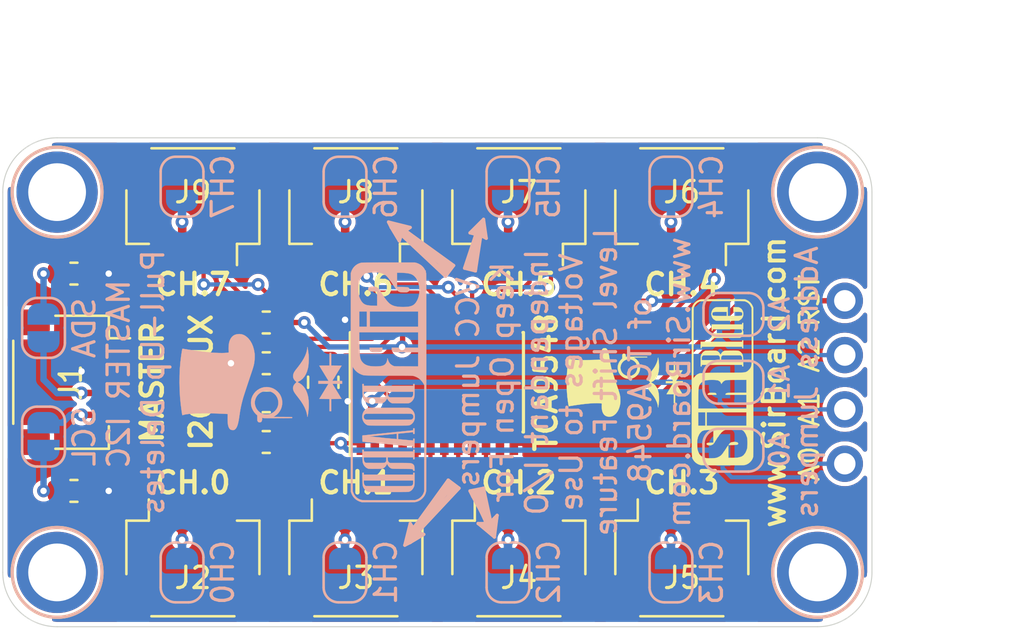
<source format=kicad_pcb>
(kicad_pcb (version 20171130) (host pcbnew "(5.1.2)-2")
  (title_block (title "TCA9548 Based 1-To-8 I2C Expander") (date 2020-02-09) (rev 2) (company www.SirBoard.com) (comment 1 SirBoard) (comment 2 SirBlue) (comment 3 TCA9548))
  (layers (0 F.Cu signal) (31 B.Cu signal) (34 B.Paste user hide) (35 F.Paste user hide) (36 B.SilkS user) (37 F.SilkS user) (38 B.Mask user hide) (39 F.Mask user hide) (44 Edge.Cuts user))
  (net 0 "")
  (net 1 GND)
  (net 2 "Net-(JP1-Pad1)")
  (net 3 SCL)
  (net 4 SDA)
  (net 5 VCC)
  (net 6 A0)
  (net 7 A1)
  (net 8 A2)
  (net 9 SCL1)
  (net 10 SDA1)
  (net 11 SCL0)
  (net 12 SDA0)
  (net 13 RST)
  (net 14 SDA2)
  (net 15 SCL2)
  (net 16 SDA3)
  (net 17 SCL3)
  (net 18 SDA4)
  (net 19 SCL4)
  (net 20 SDA5)
  (net 21 SCL5)
  (net 22 SDA6)
  (net 23 SCL6)
  (net 24 SDA7)
  (net 25 SCL7)
  (net 26 "Net-(JP2-Pad1)")
  (net 27 "Net-(CH0-Pad2)")
  (net 28 "Net-(CH1-Pad2)")
  (net 29 "Net-(CH2-Pad2)")
  (net 30 "Net-(CH3-Pad2)")
  (net 31 "Net-(CH4-Pad2)")
  (net 32 "Net-(CH5-Pad2)")
  (net 33 "Net-(CH6-Pad2)")
  (net 34 "Net-(CH7-Pad2)")
  (module logo:logo76x107 (layer B.Cu) (at 58.293 37.592 270)
    (fp_text reference G*** hide)
    (fp_text value LOGO hide)
  )
  (module logo:SirBoard112x35 (layer B.Cu) (at 64.262 37.592 270)
    (fp_text reference G*** hide)
    (fp_text value LOGO hide)
  )
  (module Jumper:SolderJumper-2_P1.3mm_Open_RoundedPad1.0x1.5mm (layer B.Cu) (at 54.61 28.448 270)
    (fp_text reference CH7 (at 0 -1.905 90) (layer B.SilkS) (effects (justify mirror)))
    (fp_text value SolderJumper_2_Open)
    (pad 2 smd custom (at 0.65 0 270) (size 1 0.5) (layers B.Cu B.Mask) (net 34 "Net-(CH7-Pad2)") (options (clearance outline) (anchor rect)) (primitives (gr_circle (center 0 -0.25) (end 0.5 -0.25) (width 0)) (gr_circle (center 0 0.25) (end 0.5 0.25) (width 0)) (gr_poly (pts (xy 0 0.75) (xy -0.5 0.75) (xy -0.5 -0.75) (xy 0 -0.75)) (width 0))))
    (pad 1 smd custom (at -0.65 0 270) (size 1 0.5) (layers B.Cu B.Mask) (net 5 VCC) (options (clearance outline) (anchor rect)) (primitives (gr_circle (center 0 -0.25) (end 0.5 -0.25) (width 0)) (gr_circle (center 0 0.25) (end 0.5 0.25) (width 0)) (gr_poly (pts (xy 0 0.75) (xy 0.5 0.75) (xy 0.5 -0.75) (xy 0 -0.75)) (width 0))))
  )
  (module Jumper:SolderJumper-2_P1.3mm_Open_RoundedPad1.0x1.5mm (layer B.Cu) (at 62.23 28.448 270)
    (fp_text reference CH6 (at 0 -1.905 90) (layer B.SilkS) (effects (justify mirror)))
    (fp_text value SolderJumper_2_Open)
    (pad 2 smd custom (at 0.65 0 270) (size 1 0.5) (layers B.Cu B.Mask) (net 33 "Net-(CH6-Pad2)") (options (clearance outline) (anchor rect)) (primitives (gr_circle (center 0 -0.25) (end 0.5 -0.25) (width 0)) (gr_circle (center 0 0.25) (end 0.5 0.25) (width 0)) (gr_poly (pts (xy 0 0.75) (xy -0.5 0.75) (xy -0.5 -0.75) (xy 0 -0.75)) (width 0))))
    (pad 1 smd custom (at -0.65 0 270) (size 1 0.5) (layers B.Cu B.Mask) (net 5 VCC) (options (clearance outline) (anchor rect)) (primitives (gr_circle (center 0 -0.25) (end 0.5 -0.25) (width 0)) (gr_circle (center 0 0.25) (end 0.5 0.25) (width 0)) (gr_poly (pts (xy 0 0.75) (xy 0.5 0.75) (xy 0.5 -0.75) (xy 0 -0.75)) (width 0))))
  )
  (module Jumper:SolderJumper-2_P1.3mm_Open_RoundedPad1.0x1.5mm (layer B.Cu) (at 69.85 28.448 270)
    (fp_text reference CH5 (at 0 -1.905 90) (layer B.SilkS) (effects (justify mirror)))
    (fp_text value SolderJumper_2_Open)
    (pad 2 smd custom (at 0.65 0 270) (size 1 0.5) (layers B.Cu B.Mask) (net 32 "Net-(CH5-Pad2)") (options (clearance outline) (anchor rect)) (primitives (gr_circle (center 0 -0.25) (end 0.5 -0.25) (width 0)) (gr_circle (center 0 0.25) (end 0.5 0.25) (width 0)) (gr_poly (pts (xy 0 0.75) (xy -0.5 0.75) (xy -0.5 -0.75) (xy 0 -0.75)) (width 0))))
    (pad 1 smd custom (at -0.65 0 270) (size 1 0.5) (layers B.Cu B.Mask) (net 5 VCC) (options (clearance outline) (anchor rect)) (primitives (gr_circle (center 0 -0.25) (end 0.5 -0.25) (width 0)) (gr_circle (center 0 0.25) (end 0.5 0.25) (width 0)) (gr_poly (pts (xy 0 0.75) (xy 0.5 0.75) (xy 0.5 -0.75) (xy 0 -0.75)) (width 0))))
  )
  (module Jumper:SolderJumper-2_P1.3mm_Open_RoundedPad1.0x1.5mm (layer B.Cu) (at 77.47 28.448 270)
    (fp_text reference CH4 (at 0 -1.905 90) (layer B.SilkS) (effects (justify mirror)))
    (fp_text value SolderJumper_2_Open)
    (pad 2 smd custom (at 0.65 0 270) (size 1 0.5) (layers B.Cu B.Mask) (net 31 "Net-(CH4-Pad2)") (options (clearance outline) (anchor rect)) (primitives (gr_circle (center 0 -0.25) (end 0.5 -0.25) (width 0)) (gr_circle (center 0 0.25) (end 0.5 0.25) (width 0)) (gr_poly (pts (xy 0 0.75) (xy -0.5 0.75) (xy -0.5 -0.75) (xy 0 -0.75)) (width 0))))
    (pad 1 smd custom (at -0.65 0 270) (size 1 0.5) (layers B.Cu B.Mask) (net 5 VCC) (options (clearance outline) (anchor rect)) (primitives (gr_circle (center 0 -0.25) (end 0.5 -0.25) (width 0)) (gr_circle (center 0 0.25) (end 0.5 0.25) (width 0)) (gr_poly (pts (xy 0 0.75) (xy 0.5 0.75) (xy 0.5 -0.75) (xy 0 -0.75)) (width 0))))
  )
  (module Jumper:SolderJumper-2_P1.3mm_Open_RoundedPad1.0x1.5mm (layer B.Cu) (at 77.47 46.482 90)
    (fp_text reference CH3 (at 0 1.905 90) (layer B.SilkS) (effects (justify mirror)))
    (fp_text value SolderJumper_2_Open)
    (pad 2 smd custom (at 0.65 0 90) (size 1 0.5) (layers B.Cu B.Mask) (net 30 "Net-(CH3-Pad2)") (options (clearance outline) (anchor rect)) (primitives (gr_circle (center 0 -0.25) (end 0.5 -0.25) (width 0)) (gr_circle (center 0 0.25) (end 0.5 0.25) (width 0)) (gr_poly (pts (xy 0 0.75) (xy -0.5 0.75) (xy -0.5 -0.75) (xy 0 -0.75)) (width 0))))
    (pad 1 smd custom (at -0.65 0 90) (size 1 0.5) (layers B.Cu B.Mask) (net 5 VCC) (options (clearance outline) (anchor rect)) (primitives (gr_circle (center 0 -0.25) (end 0.5 -0.25) (width 0)) (gr_circle (center 0 0.25) (end 0.5 0.25) (width 0)) (gr_poly (pts (xy 0 0.75) (xy 0.5 0.75) (xy 0.5 -0.75) (xy 0 -0.75)) (width 0))))
  )
  (module Jumper:SolderJumper-2_P1.3mm_Open_RoundedPad1.0x1.5mm (layer B.Cu) (at 69.85 46.482 90)
    (fp_text reference CH2 (at 0 1.905 90) (layer B.SilkS) (effects (justify mirror)))
    (fp_text value SolderJumper_2_Open)
    (pad 2 smd custom (at 0.65 0 90) (size 1 0.5) (layers B.Cu B.Mask) (net 29 "Net-(CH2-Pad2)") (options (clearance outline) (anchor rect)) (primitives (gr_circle (center 0 -0.25) (end 0.5 -0.25) (width 0)) (gr_circle (center 0 0.25) (end 0.5 0.25) (width 0)) (gr_poly (pts (xy 0 0.75) (xy -0.5 0.75) (xy -0.5 -0.75) (xy 0 -0.75)) (width 0))))
    (pad 1 smd custom (at -0.65 0 90) (size 1 0.5) (layers B.Cu B.Mask) (net 5 VCC) (options (clearance outline) (anchor rect)) (primitives (gr_circle (center 0 -0.25) (end 0.5 -0.25) (width 0)) (gr_circle (center 0 0.25) (end 0.5 0.25) (width 0)) (gr_poly (pts (xy 0 0.75) (xy 0.5 0.75) (xy 0.5 -0.75) (xy 0 -0.75)) (width 0))))
  )
  (module Jumper:SolderJumper-2_P1.3mm_Open_RoundedPad1.0x1.5mm (layer B.Cu) (at 62.23 46.482 90)
    (fp_text reference CH1 (at 0 1.905 90) (layer B.SilkS) (effects (justify mirror)))
    (fp_text value SolderJumper_2_Open)
    (pad 2 smd custom (at 0.65 0 90) (size 1 0.5) (layers B.Cu B.Mask) (net 28 "Net-(CH1-Pad2)") (options (clearance outline) (anchor rect)) (primitives (gr_circle (center 0 -0.25) (end 0.5 -0.25) (width 0)) (gr_circle (center 0 0.25) (end 0.5 0.25) (width 0)) (gr_poly (pts (xy 0 0.75) (xy -0.5 0.75) (xy -0.5 -0.75) (xy 0 -0.75)) (width 0))))
    (pad 1 smd custom (at -0.65 0 90) (size 1 0.5) (layers B.Cu B.Mask) (net 5 VCC) (options (clearance outline) (anchor rect)) (primitives (gr_circle (center 0 -0.25) (end 0.5 -0.25) (width 0)) (gr_circle (center 0 0.25) (end 0.5 0.25) (width 0)) (gr_poly (pts (xy 0 0.75) (xy 0.5 0.75) (xy 0.5 -0.75) (xy 0 -0.75)) (width 0))))
  )
  (module Jumper:SolderJumper-2_P1.3mm_Open_RoundedPad1.0x1.5mm (layer B.Cu) (at 54.61 46.482 90)
    (fp_text reference CH0 (at 0 1.905 90) (layer B.SilkS) (effects (justify mirror)))
    (fp_text value SolderJumper_2_Open)
    (pad 2 smd custom (at 0.65 0 90) (size 1 0.5) (layers B.Cu B.Mask) (net 27 "Net-(CH0-Pad2)") (options (clearance outline) (anchor rect)) (primitives (gr_circle (center 0 -0.25) (end 0.5 -0.25) (width 0)) (gr_circle (center 0 0.25) (end 0.5 0.25) (width 0)) (gr_poly (pts (xy 0 0.75) (xy -0.5 0.75) (xy -0.5 -0.75) (xy 0 -0.75)) (width 0))))
    (pad 1 smd custom (at -0.65 0 90) (size 1 0.5) (layers B.Cu B.Mask) (net 5 VCC) (options (clearance outline) (anchor rect)) (primitives (gr_circle (center 0 -0.25) (end 0.5 -0.25) (width 0)) (gr_circle (center 0 0.25) (end 0.5 0.25) (width 0)) (gr_poly (pts (xy 0 0.75) (xy 0.5 0.75) (xy 0.5 -0.75) (xy 0 -0.75)) (width 0))))
  )
  (module logo:logo54x76 (layer F.Cu) (at 75.311 37.592 90)
    (fp_text reference G*** hide)
    (fp_text value LOGO hide)
  )
  (module logo:SirBlue78x29 (layer F.Cu) (at 79.883 37.592 90)
    (fp_text reference G*** hide)
    (fp_text value LOGO hide)
  )
  (module SirBoardLibrary:SirBlue_Connector (layer F.Cu) (at 49.403 37.592 270)
    (fp_text reference J1 (at 0 0 90) (layer F.SilkS))
    (fp_text value JST_SH_1mm)
    (pad 1 smd roundrect (at -1.5 -2 270) (size 0.6 1.55) (layers F.Cu F.Paste F.Mask) (net 1 GND))
    (pad 2 smd roundrect (at -0.5 -2 270) (size 0.6 1.55) (layers F.Cu F.Paste F.Mask) (net 5 VCC))
    (pad 3 smd roundrect (at 0.5 -2 270) (size 0.6 1.55) (layers F.Cu F.Paste F.Mask) (net 4 SDA))
    (pad 4 smd roundrect (at 1.5 -2 270) (size 0.6 1.55) (layers F.Cu F.Paste F.Mask) (net 3 SCL))
    (pad MP smd roundrect (at -2.8 1.875 270) (size 1.2 1.8) (layers F.Cu F.Paste F.Mask) (roundrect_rratio 0.208333))
    (pad MP smd roundrect (at 2.8 1.875 270) (size 1.2 1.8) (layers F.Cu F.Paste F.Mask) (roundrect_rratio 0.208333))
  )
  (module Jumper:SolderJumper-2_P1.3mm_Open_RoundedPad1.0x1.5mm (layer B.Cu) (at 80.391 34.417)
    (fp_text reference A2 (at 2.159 0 270) (layer B.SilkS) (effects (font (size 0.9 0.9) (thickness 0.14)) (justify mirror)))
    (fp_text value SolderJumper_2_Open)
    (pad 2 smd custom (at 0.65 0) (size 1 0.5) (layers B.Cu B.Mask) (net 5 VCC) (options (clearance outline) (anchor rect)) (primitives (gr_circle (center 0 -0.25) (end 0.5 -0.25) (width 0)) (gr_circle (center 0 0.25) (end 0.5 0.25) (width 0)) (gr_poly (pts (xy 0 0.75) (xy -0.5 0.75) (xy -0.5 -0.75) (xy 0 -0.75)) (width 0))))
    (pad 1 smd custom (at -0.65 0) (size 1 0.5) (layers B.Cu B.Mask) (net 8 A2) (options (clearance outline) (anchor rect)) (primitives (gr_circle (center 0 -0.25) (end 0.5 -0.25) (width 0)) (gr_circle (center 0 0.25) (end 0.5 0.25) (width 0)) (gr_poly (pts (xy 0 0.75) (xy 0.5 0.75) (xy 0.5 -0.75) (xy 0 -0.75)) (width 0))))
  )
  (module Jumper:SolderJumper-2_P1.3mm_Open_RoundedPad1.0x1.5mm (layer B.Cu) (at 80.391 37.592)
    (fp_text reference A1 (at 2.159 0 270) (layer B.SilkS) (effects (font (size 0.9 0.9) (thickness 0.14)) (justify mirror)))
    (fp_text value SolderJumper_2_Open)
    (pad 2 smd custom (at 0.65 0) (size 1 0.5) (layers B.Cu B.Mask) (net 5 VCC) (options (clearance outline) (anchor rect)) (primitives (gr_circle (center 0 -0.25) (end 0.5 -0.25) (width 0)) (gr_circle (center 0 0.25) (end 0.5 0.25) (width 0)) (gr_poly (pts (xy 0 0.75) (xy -0.5 0.75) (xy -0.5 -0.75) (xy 0 -0.75)) (width 0))))
    (pad 1 smd custom (at -0.65 0) (size 1 0.5) (layers B.Cu B.Mask) (net 7 A1) (options (clearance outline) (anchor rect)) (primitives (gr_circle (center 0 -0.25) (end 0.5 -0.25) (width 0)) (gr_circle (center 0 0.25) (end 0.5 0.25) (width 0)) (gr_poly (pts (xy 0 0.75) (xy 0.5 0.75) (xy 0.5 -0.75) (xy 0 -0.75)) (width 0))))
  )
  (module Jumper:SolderJumper-2_P1.3mm_Open_RoundedPad1.0x1.5mm (layer B.Cu) (at 80.391 40.767)
    (fp_text reference A0 (at 2.159 0 270) (layer B.SilkS) (effects (font (size 0.9 0.9) (thickness 0.14)) (justify mirror)))
    (fp_text value SolderJumper_2_Open)
    (pad 2 smd custom (at 0.65 0) (size 1 0.5) (layers B.Cu B.Mask) (net 5 VCC) (options (clearance outline) (anchor rect)) (primitives (gr_circle (center 0 -0.25) (end 0.5 -0.25) (width 0)) (gr_circle (center 0 0.25) (end 0.5 0.25) (width 0)) (gr_poly (pts (xy 0 0.75) (xy -0.5 0.75) (xy -0.5 -0.75) (xy 0 -0.75)) (width 0))))
    (pad 1 smd custom (at -0.65 0) (size 1 0.5) (layers B.Cu B.Mask) (net 6 A0) (options (clearance outline) (anchor rect)) (primitives (gr_circle (center 0 -0.25) (end 0.5 -0.25) (width 0)) (gr_circle (center 0 0.25) (end 0.5 0.25) (width 0)) (gr_poly (pts (xy 0 0.75) (xy 0.5 0.75) (xy 0.5 -0.75) (xy 0 -0.75)) (width 0))))
  )
  (module Jumper:SolderJumper-2_P1.3mm_Open_RoundedPad1.0x1.5mm (layer B.Cu) (at 48.133 35.052 270)
    (fp_text reference SDA (at 0 -1.905 270) (layer B.SilkS) (effects (justify mirror)))
    (fp_text value SolderJumper_2_Open)
    (pad 1 smd custom (at -0.65 0 270) (size 1 0.5) (layers B.Cu B.Mask) (net 26 "Net-(JP2-Pad1)") (options (clearance outline) (anchor rect)) (primitives (gr_circle (center 0 -0.25) (end 0.5 -0.25) (width 0)) (gr_circle (center 0 0.25) (end 0.5 0.25) (width 0)) (gr_poly (pts (xy 0 0.75) (xy 0.5 0.75) (xy 0.5 -0.75) (xy 0 -0.75)) (width 0))))
    (pad 2 smd custom (at 0.65 0 270) (size 1 0.5) (layers B.Cu B.Mask) (net 4 SDA) (options (clearance outline) (anchor rect)) (primitives (gr_circle (center 0 -0.25) (end 0.5 -0.25) (width 0)) (gr_circle (center 0 0.25) (end 0.5 0.25) (width 0)) (gr_poly (pts (xy 0 0.75) (xy -0.5 0.75) (xy -0.5 -0.75) (xy 0 -0.75)) (width 0))))
  )
  (module Jumper:SolderJumper-2_P1.3mm_Open_RoundedPad1.0x1.5mm (layer B.Cu) (at 48.133 40.132 90)
    (fp_text reference SCL (at 0 1.905 270) (layer B.SilkS) (effects (justify mirror)))
    (fp_text value SolderJumper_2_Open)
    (pad 1 smd custom (at -0.65 0 90) (size 1 0.5) (layers B.Cu B.Mask) (net 2 "Net-(JP1-Pad1)") (options (clearance outline) (anchor rect)) (primitives (gr_circle (center 0 -0.25) (end 0.5 -0.25) (width 0)) (gr_circle (center 0 0.25) (end 0.5 0.25) (width 0)) (gr_poly (pts (xy 0 0.75) (xy 0.5 0.75) (xy 0.5 -0.75) (xy 0 -0.75)) (width 0))))
    (pad 2 smd custom (at 0.65 0 90) (size 1 0.5) (layers B.Cu B.Mask) (net 3 SCL) (options (clearance outline) (anchor rect)) (primitives (gr_circle (center 0 -0.25) (end 0.5 -0.25) (width 0)) (gr_circle (center 0 0.25) (end 0.5 0.25) (width 0)) (gr_poly (pts (xy 0 0.75) (xy -0.5 0.75) (xy -0.5 -0.75) (xy 0 -0.75)) (width 0))))
  )
  (module Connector_PinHeader_2.54mm:PinHeader_1x04_P2.54mm_Vertical (layer F.Cu) (at 85.598 33.782)
    (fp_text reference J10 hide)
    (fp_text value 2.54mm)
    (pad 4 thru_hole oval (at 0 7.62) (size 1.7 1.7) (drill 1) (layers *.Cu *.Mask) (net 6 A0))
    (pad 3 thru_hole oval (at 0 5.08) (size 1.7 1.7) (drill 1) (layers *.Cu *.Mask) (net 7 A1))
    (pad 2 thru_hole oval (at 0 2.54) (size 1.7 1.7) (drill 1) (layers *.Cu *.Mask) (net 8 A2))
    (pad 1 thru_hole circle (at 0 0) (size 1.7 1.7) (drill 1) (layers *.Cu *.Mask) (net 13 RST))
  )
  (module SirBoardLibrary:MountingHole_M2.5_SirBoard (layer F.Cu) (at 84.328 46.482)
    (fp_text reference H4 hide)
    (fp_text value MountingHole)
    (pad 1 thru_hole circle (at 0 0) (size 3.8 3.8) (drill 2.7) (layers *.Cu *.Mask))
  )
  (module SirBoardLibrary:MountingHole_M2.5_SirBoard (layer F.Cu) (at 48.768 46.482)
    (fp_text reference H3 hide)
    (fp_text value MountingHole)
    (pad 1 thru_hole circle (at 0 0) (size 3.8 3.8) (drill 2.7) (layers *.Cu *.Mask))
  )
  (module SirBoardLibrary:MountingHole_M2.5_SirBoard (layer F.Cu) (at 84.328 28.702)
    (fp_text reference H2 hide)
    (fp_text value MountingHole)
    (pad 1 thru_hole circle (at 0 0) (size 3.8 3.8) (drill 2.7) (layers *.Cu *.Mask))
  )
  (module SirBoardLibrary:MountingHole_M2.5_SirBoard (layer F.Cu) (at 48.768 28.702)
    (fp_text reference H1 hide)
    (fp_text value MountingHole)
    (pad 1 thru_hole circle (at 0 0) (size 3.8 3.8) (drill 2.7) (layers *.Cu *.Mask))
  )
  (module SirBoardLibrary:SirBlue_Connector (layer F.Cu) (at 55.118 29.337 180)
    (fp_text reference J9 (at 0 0.635) (layer F.SilkS))
    (fp_text value JST_SH_1mm)
    (pad 1 smd roundrect (at -1.5 -2 180) (size 0.6 1.55) (layers F.Cu F.Paste F.Mask) (net 25 SCL7))
    (pad 2 smd roundrect (at -0.5 -2 180) (size 0.6 1.55) (layers F.Cu F.Paste F.Mask) (net 24 SDA7))
    (pad 3 smd roundrect (at 0.5 -2 180) (size 0.6 1.55) (layers F.Cu F.Paste F.Mask) (net 34 "Net-(CH7-Pad2)"))
    (pad 4 smd roundrect (at 1.5 -2 180) (size 0.6 1.55) (layers F.Cu F.Paste F.Mask) (net 1 GND))
    (pad MP smd roundrect (at -2.8 1.875 180) (size 1.2 1.8) (layers F.Cu F.Paste F.Mask) (roundrect_rratio 0.208333))
    (pad MP smd roundrect (at 2.8 1.875 180) (size 1.2 1.8) (layers F.Cu F.Paste F.Mask) (roundrect_rratio 0.208333))
  )
  (module SirBoardLibrary:SirBlue_Connector (layer F.Cu) (at 62.738 29.337 180)
    (fp_text reference J8 (at 0 0.635) (layer F.SilkS))
    (fp_text value JST_SH_1mm)
    (pad 1 smd roundrect (at -1.5 -2 180) (size 0.6 1.55) (layers F.Cu F.Paste F.Mask) (net 23 SCL6))
    (pad 2 smd roundrect (at -0.5 -2 180) (size 0.6 1.55) (layers F.Cu F.Paste F.Mask) (net 22 SDA6))
    (pad 3 smd roundrect (at 0.5 -2 180) (size 0.6 1.55) (layers F.Cu F.Paste F.Mask) (net 33 "Net-(CH6-Pad2)"))
    (pad 4 smd roundrect (at 1.5 -2 180) (size 0.6 1.55) (layers F.Cu F.Paste F.Mask) (net 1 GND))
    (pad MP smd roundrect (at -2.8 1.875 180) (size 1.2 1.8) (layers F.Cu F.Paste F.Mask) (roundrect_rratio 0.208333))
    (pad MP smd roundrect (at 2.8 1.875 180) (size 1.2 1.8) (layers F.Cu F.Paste F.Mask) (roundrect_rratio 0.208333))
  )
  (module SirBoardLibrary:SirBlue_Connector (layer F.Cu) (at 70.358 29.337 180)
    (fp_text reference J7 (at 0 0.635) (layer F.SilkS))
    (fp_text value JST_SH_1mm)
    (pad 1 smd roundrect (at -1.5 -2 180) (size 0.6 1.55) (layers F.Cu F.Paste F.Mask) (net 21 SCL5))
    (pad 2 smd roundrect (at -0.5 -2 180) (size 0.6 1.55) (layers F.Cu F.Paste F.Mask) (net 20 SDA5))
    (pad 3 smd roundrect (at 0.5 -2 180) (size 0.6 1.55) (layers F.Cu F.Paste F.Mask) (net 32 "Net-(CH5-Pad2)"))
    (pad 4 smd roundrect (at 1.5 -2 180) (size 0.6 1.55) (layers F.Cu F.Paste F.Mask) (net 1 GND))
    (pad MP smd roundrect (at -2.8 1.875 180) (size 1.2 1.8) (layers F.Cu F.Paste F.Mask) (roundrect_rratio 0.208333))
    (pad MP smd roundrect (at 2.8 1.875 180) (size 1.2 1.8) (layers F.Cu F.Paste F.Mask) (roundrect_rratio 0.208333))
  )
  (module SirBoardLibrary:SirBlue_Connector (layer F.Cu) (at 77.978 29.337 180)
    (fp_text reference J6 (at 0 0.635) (layer F.SilkS))
    (fp_text value JST_SH_1mm)
    (pad 1 smd roundrect (at -1.5 -2 180) (size 0.6 1.55) (layers F.Cu F.Paste F.Mask) (net 19 SCL4))
    (pad 2 smd roundrect (at -0.5 -2 180) (size 0.6 1.55) (layers F.Cu F.Paste F.Mask) (net 18 SDA4))
    (pad 3 smd roundrect (at 0.5 -2 180) (size 0.6 1.55) (layers F.Cu F.Paste F.Mask) (net 31 "Net-(CH4-Pad2)"))
    (pad 4 smd roundrect (at 1.5 -2 180) (size 0.6 1.55) (layers F.Cu F.Paste F.Mask) (net 1 GND))
    (pad MP smd roundrect (at -2.8 1.875 180) (size 1.2 1.8) (layers F.Cu F.Paste F.Mask) (roundrect_rratio 0.208333))
    (pad MP smd roundrect (at 2.8 1.875 180) (size 1.2 1.8) (layers F.Cu F.Paste F.Mask) (roundrect_rratio 0.208333))
  )
  (module SirBoardLibrary:SirBlue_Connector (layer F.Cu) (at 77.978 45.847)
    (fp_text reference J5 (at 0 0.889) (layer F.SilkS))
    (fp_text value JST_SH_1mm)
    (pad 1 smd roundrect (at -1.5 -2) (size 0.6 1.55) (layers F.Cu F.Paste F.Mask) (net 1 GND))
    (pad 2 smd roundrect (at -0.5 -2) (size 0.6 1.55) (layers F.Cu F.Paste F.Mask) (net 30 "Net-(CH3-Pad2)"))
    (pad 3 smd roundrect (at 0.5 -2) (size 0.6 1.55) (layers F.Cu F.Paste F.Mask) (net 16 SDA3))
    (pad 4 smd roundrect (at 1.5 -2) (size 0.6 1.55) (layers F.Cu F.Paste F.Mask) (net 17 SCL3))
    (pad MP smd roundrect (at -2.8 1.875) (size 1.2 1.8) (layers F.Cu F.Paste F.Mask) (roundrect_rratio 0.208333))
    (pad MP smd roundrect (at 2.8 1.875) (size 1.2 1.8) (layers F.Cu F.Paste F.Mask) (roundrect_rratio 0.208333))
  )
  (module SirBoardLibrary:SirBlue_Connector (layer F.Cu) (at 70.358 45.847)
    (fp_text reference J4 (at 0 0.889) (layer F.SilkS))
    (fp_text value JST_SH_1mm)
    (pad 1 smd roundrect (at -1.5 -2) (size 0.6 1.55) (layers F.Cu F.Paste F.Mask) (net 1 GND))
    (pad 2 smd roundrect (at -0.5 -2) (size 0.6 1.55) (layers F.Cu F.Paste F.Mask) (net 29 "Net-(CH2-Pad2)"))
    (pad 3 smd roundrect (at 0.5 -2) (size 0.6 1.55) (layers F.Cu F.Paste F.Mask) (net 14 SDA2))
    (pad 4 smd roundrect (at 1.5 -2) (size 0.6 1.55) (layers F.Cu F.Paste F.Mask) (net 15 SCL2))
    (pad MP smd roundrect (at -2.8 1.875) (size 1.2 1.8) (layers F.Cu F.Paste F.Mask) (roundrect_rratio 0.208333))
    (pad MP smd roundrect (at 2.8 1.875) (size 1.2 1.8) (layers F.Cu F.Paste F.Mask) (roundrect_rratio 0.208333))
  )
  (module SirBoardLibrary:SirBlue_Connector (layer F.Cu) (at 62.738 45.847)
    (fp_text reference J3 (at 0 0.889) (layer F.SilkS))
    (fp_text value JST_SH_1mm)
    (pad 1 smd roundrect (at -1.5 -2) (size 0.6 1.55) (layers F.Cu F.Paste F.Mask) (net 1 GND))
    (pad 2 smd roundrect (at -0.5 -2) (size 0.6 1.55) (layers F.Cu F.Paste F.Mask) (net 28 "Net-(CH1-Pad2)"))
    (pad 3 smd roundrect (at 0.5 -2) (size 0.6 1.55) (layers F.Cu F.Paste F.Mask) (net 10 SDA1))
    (pad 4 smd roundrect (at 1.5 -2) (size 0.6 1.55) (layers F.Cu F.Paste F.Mask) (net 9 SCL1))
    (pad MP smd roundrect (at -2.8 1.875) (size 1.2 1.8) (layers F.Cu F.Paste F.Mask) (roundrect_rratio 0.208333))
    (pad MP smd roundrect (at 2.8 1.875) (size 1.2 1.8) (layers F.Cu F.Paste F.Mask) (roundrect_rratio 0.208333))
  )
  (module SirBoardLibrary:SirBlue_Connector (layer F.Cu) (at 55.118 45.847)
    (fp_text reference J2 (at 0 0.889) (layer F.SilkS))
    (fp_text value JST_SH_1mm)
    (pad 1 smd roundrect (at -1.5 -2) (size 0.6 1.55) (layers F.Cu F.Paste F.Mask) (net 1 GND))
    (pad 2 smd roundrect (at -0.5 -2) (size 0.6 1.55) (layers F.Cu F.Paste F.Mask) (net 27 "Net-(CH0-Pad2)"))
    (pad 3 smd roundrect (at 0.5 -2) (size 0.6 1.55) (layers F.Cu F.Paste F.Mask) (net 12 SDA0))
    (pad 4 smd roundrect (at 1.5 -2) (size 0.6 1.55) (layers F.Cu F.Paste F.Mask) (net 11 SCL0))
    (pad MP smd roundrect (at -2.8 1.875) (size 1.2 1.8) (layers F.Cu F.Paste F.Mask) (roundrect_rratio 0.208333))
    (pad MP smd roundrect (at 2.8 1.875) (size 1.2 1.8) (layers F.Cu F.Paste F.Mask) (roundrect_rratio 0.208333))
  )
  (module Package_SO:TSSOP-24_4.4x7.8mm_P0.65mm (layer F.Cu) (at 66.548 37.592 90)
    (fp_text reference TCA9548 (at 0 5.08 270) (layer F.SilkS) (effects (font (thickness 0.2))))
    (fp_text value TCA9548APWR)
    (pad 1 smd rect (at -2.85 -3.575 90) (size 1.1 0.4) (layers F.Cu F.Paste F.Mask) (net 6 A0))
    (pad 2 smd rect (at -2.85 -2.925 90) (size 1.1 0.4) (layers F.Cu F.Paste F.Mask) (net 7 A1))
    (pad 3 smd rect (at -2.85 -2.275 90) (size 1.1 0.4) (layers F.Cu F.Paste F.Mask) (net 13 RST))
    (pad 4 smd rect (at -2.85 -1.625 90) (size 1.1 0.4) (layers F.Cu F.Paste F.Mask) (net 12 SDA0))
    (pad 5 smd rect (at -2.85 -0.975 90) (size 1.1 0.4) (layers F.Cu F.Paste F.Mask) (net 11 SCL0))
    (pad 6 smd rect (at -2.85 -0.325 90) (size 1.1 0.4) (layers F.Cu F.Paste F.Mask) (net 10 SDA1))
    (pad 7 smd rect (at -2.85 0.325 90) (size 1.1 0.4) (layers F.Cu F.Paste F.Mask) (net 9 SCL1))
    (pad 8 smd rect (at -2.85 0.975 90) (size 1.1 0.4) (layers F.Cu F.Paste F.Mask) (net 14 SDA2))
    (pad 9 smd rect (at -2.85 1.625 90) (size 1.1 0.4) (layers F.Cu F.Paste F.Mask) (net 15 SCL2))
    (pad 10 smd rect (at -2.85 2.275 90) (size 1.1 0.4) (layers F.Cu F.Paste F.Mask) (net 16 SDA3))
    (pad 11 smd rect (at -2.85 2.925 90) (size 1.1 0.4) (layers F.Cu F.Paste F.Mask) (net 17 SCL3))
    (pad 12 smd rect (at -2.85 3.575 90) (size 1.1 0.4) (layers F.Cu F.Paste F.Mask) (net 1 GND))
    (pad 13 smd rect (at 2.85 3.575 90) (size 1.1 0.4) (layers F.Cu F.Paste F.Mask) (net 18 SDA4))
    (pad 14 smd rect (at 2.85 2.925 90) (size 1.1 0.4) (layers F.Cu F.Paste F.Mask) (net 19 SCL4))
    (pad 15 smd rect (at 2.85 2.275 90) (size 1.1 0.4) (layers F.Cu F.Paste F.Mask) (net 20 SDA5))
    (pad 16 smd rect (at 2.85 1.625 90) (size 1.1 0.4) (layers F.Cu F.Paste F.Mask) (net 21 SCL5))
    (pad 17 smd rect (at 2.85 0.975 90) (size 1.1 0.4) (layers F.Cu F.Paste F.Mask) (net 22 SDA6))
    (pad 18 smd rect (at 2.85 0.325 90) (size 1.1 0.4) (layers F.Cu F.Paste F.Mask) (net 23 SCL6))
    (pad 19 smd rect (at 2.85 -0.325 90) (size 1.1 0.4) (layers F.Cu F.Paste F.Mask) (net 24 SDA7))
    (pad 20 smd rect (at 2.85 -0.975 90) (size 1.1 0.4) (layers F.Cu F.Paste F.Mask) (net 25 SCL7))
    (pad 21 smd rect (at 2.85 -1.625 90) (size 1.1 0.4) (layers F.Cu F.Paste F.Mask) (net 8 A2))
    (pad 22 smd rect (at 2.85 -2.275 90) (size 1.1 0.4) (layers F.Cu F.Paste F.Mask) (net 3 SCL))
    (pad 23 smd rect (at 2.85 -2.925 90) (size 1.1 0.4) (layers F.Cu F.Paste F.Mask) (net 4 SDA))
    (pad 24 smd rect (at 2.85 -3.575 90) (size 1.1 0.4) (layers F.Cu F.Paste F.Mask) (net 5 VCC))
  )
  (module Resistor_SMD:R_0603_1608Metric (layer F.Cu) (at 58.547 36.703)
    (fp_text reference R6 hide)
    (fp_text value 10K)
    (pad 1 smd roundrect (at -0.7875 0) (size 0.875 0.95) (layers F.Cu F.Paste F.Mask) (net 5 VCC))
    (pad 2 smd roundrect (at 0.7875 0) (size 0.875 0.95) (layers F.Cu F.Paste F.Mask) (net 13 RST))
  )
  (module Resistor_SMD:R_0603_1608Metric (layer F.Cu) (at 58.547 34.798 180)
    (fp_text reference R5 hide)
    (fp_text value 10K)
    (pad 2 smd roundrect (at 0.7875 0 180) (size 0.875 0.95) (layers F.Cu F.Paste F.Mask) (net 1 GND))
    (pad 1 smd roundrect (at -0.7875 0 180) (size 0.875 0.95) (layers F.Cu F.Paste F.Mask) (net 8 A2))
  )
  (module Resistor_SMD:R_0603_1608Metric (layer F.Cu) (at 58.547 38.481 180)
    (fp_text reference R4 hide)
    (fp_text value 10K)
    (pad 1 smd roundrect (at -0.7875 0 180) (size 0.875 0.95) (layers F.Cu F.Paste F.Mask) (net 7 A1))
    (pad 2 smd roundrect (at 0.7875 0 180) (size 0.875 0.95) (layers F.Cu F.Paste F.Mask) (net 1 GND))
  )
  (module Resistor_SMD:R_0603_1608Metric (layer F.Cu) (at 49.5555 32.512 180)
    (fp_text reference R3 hide)
    (fp_text value 10K)
    (pad 1 smd roundrect (at -0.7875 0 180) (size 0.875 0.95) (layers F.Cu F.Paste F.Mask) (net 5 VCC))
    (pad 2 smd roundrect (at 0.7875 0 180) (size 0.875 0.95) (layers F.Cu F.Paste F.Mask) (net 26 "Net-(JP2-Pad1)"))
  )
  (module Resistor_SMD:R_0603_1608Metric (layer F.Cu) (at 49.5555 42.672 180)
    (fp_text reference R2 hide)
    (fp_text value 10K)
    (pad 1 smd roundrect (at -0.7875 0 180) (size 0.875 0.95) (layers F.Cu F.Paste F.Mask) (net 5 VCC))
    (pad 2 smd roundrect (at 0.7875 0 180) (size 0.875 0.95) (layers F.Cu F.Paste F.Mask) (net 2 "Net-(JP1-Pad1)"))
  )
  (module Resistor_SMD:R_0603_1608Metric (layer F.Cu) (at 58.547 40.386 180)
    (fp_text reference R1 hide)
    (fp_text value 10K)
    (pad 1 smd roundrect (at -0.7875 0 180) (size 0.875 0.95) (layers F.Cu F.Paste F.Mask) (net 6 A0))
    (pad 2 smd roundrect (at 0.7875 0 180) (size 0.875 0.95) (layers F.Cu F.Paste F.Mask) (net 1 GND))
  )
  (module Capacitor_SMD:C_0805_2012Metric (layer F.Cu) (at 61.214 37.592 90)
    (fp_text reference C1 hide)
    (fp_text value 10uF)
    (pad 1 smd roundrect (at -0.9375 0 90) (size 0.975 1.4) (layers F.Cu F.Paste F.Mask) (net 5 VCC))
    (pad 2 smd roundrect (at 0.9375 0 90) (size 0.975 1.4) (layers F.Cu F.Paste F.Mask) (net 1 GND))
  )
  (gr_text www.SirBoard.com (at 77.851 37.592 90) (layer B.SilkS) (effects (font (size 1 1)) (justify mirror)))
  (gr_text "Address Jumpers" (at 83.82 37.592 90) (layer B.SilkS) (effects (font (size 1 1)) (justify mirror)))
  (gr_line (start 69.088 44.45) (end 69.088 44.069) (layer B.SilkS) (width 0.15))
  (gr_line (start 69.088 44.45) (end 68.834 44.196) (layer B.SilkS) (width 0.15))
  (gr_line (start 68.707 44.196) (end 69.088 44.45) (layer B.SilkS) (width 0.15))
  (gr_line (start 69.215 44.069) (end 68.707 44.196) (layer B.SilkS) (width 0.15))
  (gr_line (start 69.088 44.577) (end 69.215 44.069) (layer B.SilkS) (width 0.15))
  (gr_line (start 69.215 44.831) (end 68.453 44.196) (layer B.SilkS) (width 0.15))
  (gr_line (start 69.215 44.831) (end 69.342 43.815) (layer B.SilkS) (width 0.15))
  (gr_line (start 68.834 43.815) (end 69.215 44.831) (layer B.SilkS) (width 0.15))
  (gr_line (start 68.707 43.434) (end 68.961 44.069) (layer B.SilkS) (width 0.15))
  (gr_line (start 68.707 43.307) (end 68.707 43.434) (layer B.SilkS) (width 0.15))
  (gr_line (start 68.58 43.053) (end 68.707 43.307) (layer B.SilkS) (width 0.15))
  (gr_line (start 68.58 42.799) (end 68.58 43.053) (layer B.SilkS) (width 0.15))
  (gr_line (start 68.453 42.799) (end 68.58 42.799) (layer B.SilkS) (width 0.15))
  (gr_line (start 68.58 43.18) (end 68.453 42.799) (layer B.SilkS) (width 0.15))
  (gr_line (start 68.707 43.053) (end 68.58 43.18) (layer B.SilkS) (width 0.15))
  (gr_line (start 68.707 42.545) (end 68.707 43.053) (layer B.SilkS) (width 0.15))
  (gr_line (start 68.326 42.672) (end 69.088 44.323) (layer B.SilkS) (width 0.15))
  (gr_line (start 68.961 44.323) (end 68.326 42.672) (layer B.SilkS) (width 0.15))
  (gr_line (start 68.199 42.672) (end 68.961 44.323) (layer B.SilkS) (width 0.15))
  (gr_line (start 68.58 42.672) (end 68.199 42.672) (layer B.SilkS) (width 0.15))
  (gr_line (start 69.088 44.323) (end 68.58 42.672) (layer B.SilkS) (width 0.15))
  (gr_line (start 68.834 44.069) (end 68.961 44.069) (layer B.SilkS) (width 0.15))
  (gr_line (start 68.199 42.926) (end 68.961 44.323) (layer B.SilkS) (width 0.15))
  (gr_line (start 68.072 42.672) (end 68.199 42.926) (layer B.SilkS) (width 0.15))
  (gr_line (start 68.707 42.545) (end 68.072 42.672) (layer B.SilkS) (width 0.15))
  (gr_line (start 69.088 44.323) (end 68.707 42.545) (layer B.SilkS) (width 0.15))
  (gr_line (start 69.342 43.815) (end 69.088 44.069) (layer B.SilkS) (width 0.15))
  (gr_line (start 69.215 44.577) (end 69.342 43.815) (layer B.SilkS) (width 0.15))
  (gr_line (start 68.453 44.196) (end 69.215 44.577) (layer B.SilkS) (width 0.15))
  (gr_line (start 68.834 44.196) (end 68.453 44.196) (layer B.SilkS) (width 0.15))
  (gr_line (start 68.199 42.799) (end 68.961 44.45) (layer B.SilkS) (width 0.15))
  (gr_line (start 65.405 44.831) (end 65.405 44.704) (layer B.SilkS) (width 0.15))
  (gr_line (start 65.405 44.704) (end 65.405 44.831) (layer B.SilkS) (width 0.15))
  (gr_line (start 65.405 44.577) (end 65.405 44.704) (layer B.SilkS) (width 0.15))
  (gr_line (start 65.532 44.704) (end 65.405 44.577) (layer B.SilkS) (width 0.15))
  (gr_line (start 65.278 44.958) (end 65.532 44.704) (layer B.SilkS) (width 0.15))
  (gr_line (start 65.659 44.704) (end 65.278 45.085) (layer B.SilkS) (width 0.15))
  (gr_line (start 65.278 44.577) (end 65.278 44.958) (layer B.SilkS) (width 0.15))
  (gr_line (start 65.278 44.45) (end 65.659 44.704) (layer B.SilkS) (width 0.15))
  (gr_line (start 65.151 45.085) (end 65.278 44.45) (layer B.SilkS) (width 0.15))
  (gr_line (start 67.183 42.545) (end 67.056 42.926) (layer B.SilkS) (width 0.15))
  (gr_line (start 65.659 44.323) (end 67.183 42.545) (layer B.SilkS) (width 0.15))
  (gr_line (start 67.31 42.672) (end 65.659 44.323) (layer B.SilkS) (width 0.15))
  (gr_line (start 67.183 42.418) (end 67.31 42.672) (layer B.SilkS) (width 0.15))
  (gr_line (start 65.532 44.45) (end 67.183 42.418) (layer B.SilkS) (width 0.15))
  (gr_line (start 67.056 42.418) (end 65.532 44.45) (layer B.SilkS) (width 0.15))
  (gr_line (start 67.437 42.545) (end 65.532 44.577) (layer B.SilkS) (width 0.15))
  (gr_line (start 67.31 42.545) (end 67.056 42.418) (layer B.SilkS) (width 0.15))
  (gr_line (start 67.056 42.291) (end 67.437 42.545) (layer B.SilkS) (width 0.15))
  (gr_line (start 65.405 44.45) (end 67.056 42.291) (layer B.SilkS) (width 0.15))
  (gr_line (start 67.056 42.164) (end 65.405 44.45) (layer B.SilkS) (width 0.15))
  (gr_line (start 67.564 42.545) (end 67.056 42.164) (layer B.SilkS) (width 0.15))
  (gr_line (start 65.024 45.212) (end 65.278 45.085) (layer B.SilkS) (width 0.15))
  (gr_line (start 65.659 44.577) (end 67.564 42.545) (layer B.SilkS) (width 0.15))
  (gr_line (start 65.278 44.196) (end 65.024 45.212) (layer B.SilkS) (width 0.15))
  (gr_line (start 65.532 44.577) (end 65.278 44.196) (layer B.SilkS) (width 0.15))
  (gr_line (start 65.913 44.704) (end 65.532 44.577) (layer B.SilkS) (width 0.15))
  (gr_line (start 65.278 45.085) (end 65.913 44.704) (layer B.SilkS) (width 0.15))
  (gr_line (start 64.643 30.48) (end 64.77 30.48) (layer B.SilkS) (width 0.15))
  (gr_line (start 64.77 30.48) (end 64.643 30.48) (layer B.SilkS) (width 0.15))
  (gr_line (start 64.897 30.48) (end 64.77 30.48) (layer B.SilkS) (width 0.15))
  (gr_line (start 64.77 30.607) (end 64.897 30.48) (layer B.SilkS) (width 0.15))
  (gr_line (start 64.516 30.353) (end 64.77 30.607) (layer B.SilkS) (width 0.15))
  (gr_line (start 64.897 30.353) (end 64.516 30.353) (layer B.SilkS) (width 0.15))
  (gr_line (start 64.77 30.734) (end 64.389 30.353) (layer B.SilkS) (width 0.15))
  (gr_line (start 65.024 30.353) (end 64.77 30.734) (layer B.SilkS) (width 0.15))
  (gr_line (start 64.389 30.226) (end 65.024 30.353) (layer B.SilkS) (width 0.15))
  (gr_line (start 66.929 32.258) (end 66.548 32.131) (layer B.SilkS) (width 0.15))
  (gr_line (start 65.151 30.734) (end 66.929 32.258) (layer B.SilkS) (width 0.15))
  (gr_line (start 66.802 32.385) (end 65.151 30.734) (layer B.SilkS) (width 0.15))
  (gr_line (start 67.056 32.258) (end 66.802 32.385) (layer B.SilkS) (width 0.15))
  (gr_line (start 65.024 30.607) (end 67.056 32.258) (layer B.SilkS) (width 0.15))
  (gr_line (start 67.056 32.131) (end 65.024 30.607) (layer B.SilkS) (width 0.15))
  (gr_line (start 66.929 32.385) (end 67.056 32.131) (layer B.SilkS) (width 0.15))
  (gr_line (start 66.929 32.512) (end 64.897 30.607) (layer B.SilkS) (width 0.15))
  (gr_line (start 67.183 32.131) (end 66.929 32.512) (layer B.SilkS) (width 0.15))
  (gr_line (start 65.024 30.48) (end 67.183 32.131) (layer B.SilkS) (width 0.15))
  (gr_line (start 67.31 32.131) (end 65.024 30.48) (layer B.SilkS) (width 0.15))
  (gr_line (start 66.929 32.639) (end 67.31 32.131) (layer B.SilkS) (width 0.15))
  (gr_line (start 64.897 30.734) (end 66.929 32.639) (layer B.SilkS) (width 0.15))
  (gr_line (start 64.262 30.099) (end 64.389 30.353) (layer B.SilkS) (width 0.15))
  (gr_line (start 65.278 30.353) (end 64.262 30.099) (layer B.SilkS) (width 0.15))
  (gr_line (start 64.897 30.607) (end 65.278 30.353) (layer B.SilkS) (width 0.15))
  (gr_line (start 64.77 30.988) (end 64.897 30.607) (layer B.SilkS) (width 0.15))
  (gr_line (start 64.389 30.353) (end 64.77 30.988) (layer B.SilkS) (width 0.15))
  (gr_line (start 68.453 30.607) (end 68.707 30.226) (layer B.SilkS) (width 0.15))
  (gr_line (start 68.58 30.607) (end 68.453 30.607) (layer B.SilkS) (width 0.15))
  (gr_line (start 68.58 30.353) (end 68.58 30.607) (layer B.SilkS) (width 0.15))
  (gr_line (start 68.326 30.607) (end 68.58 30.353) (layer B.SilkS) (width 0.15))
  (gr_line (start 68.199 30.607) (end 68.707 30.734) (layer B.SilkS) (width 0.15))
  (gr_line (start 68.707 30.099) (end 68.199 30.607) (layer B.SilkS) (width 0.15))
  (gr_line (start 68.707 30.734) (end 68.707 30.099) (layer B.SilkS) (width 0.15))
  (gr_line (start 68.326 31.496) (end 68.072 32.131) (layer B.SilkS) (width 0.15))
  (gr_line (start 68.072 32.131) (end 68.199 32.258) (layer B.SilkS) (width 0.15))
  (gr_line (start 68.453 30.861) (end 68.199 32.258) (layer B.SilkS) (width 0.15))
  (gr_line (start 68.326 32.385) (end 68.453 30.861) (layer B.SilkS) (width 0.15))
  (gr_line (start 68.199 32.258) (end 68.326 32.385) (layer B.SilkS) (width 0.15))
  (gr_line (start 67.945 32.258) (end 68.199 32.258) (layer B.SilkS) (width 0.15))
  (gr_line (start 68.453 30.734) (end 67.945 32.258) (layer B.SilkS) (width 0.15))
  (gr_line (start 68.326 32.385) (end 67.818 32.258) (layer B.SilkS) (width 0.15))
  (gr_line (start 68.58 30.734) (end 68.326 32.385) (layer B.SilkS) (width 0.15))
  (gr_line (start 68.326 30.734) (end 67.818 32.258) (layer B.SilkS) (width 0.15))
  (gr_line (start 68.58 30.734) (end 68.072 30.607) (layer B.SilkS) (width 0.15))
  (gr_line (start 68.834 30.861) (end 68.58 30.734) (layer B.SilkS) (width 0.15))
  (gr_line (start 68.707 29.972) (end 68.834 30.861) (layer B.SilkS) (width 0.15))
  (gr_line (start 68.072 30.607) (end 68.707 29.972) (layer B.SilkS) (width 0.15))
  (gr_text "VCC Jumpers\nKeep Open For\nIndependant I/O\nVoltages to Use\nLevel Shift Feature\n of TCA9548" (at 72.009 37.592 90) (layer B.SilkS) (effects (font (size 1 1)) (justify mirror)))
  (gr_text "MASTER I2C \nPull-Up Deletes" (at 52.451 37.592 90) (layer B.SilkS) (effects (font (size 1 1)) (justify mirror)))
  (gr_text RST (at 83.947 33.782 90) (layer F.SilkS) (effects (font (size 0.9 0.9) (thickness 0.13))))
  (gr_text A2 (at 83.947 36.322 90) (layer F.SilkS) (effects (font (size 0.9 0.9) (thickness 0.13))))
  (gr_text A1 (at 83.947 38.862 90) (layer F.SilkS) (effects (font (size 0.9 0.9) (thickness 0.13))))
  (gr_text A0 (at 83.947 41.402 90) (layer F.SilkS) (effects (font (size 0.9 0.9) (thickness 0.13))))
  (gr_text www.SirBoard.com (at 82.296 37.592 90) (layer F.SilkS) (effects (font (size 1 1) (thickness 0.18))))
  (gr_text CH.7 (at 55.118 33.02) (layer F.SilkS) (effects (font (size 1 1) (thickness 0.2))))
  (gr_text CH.6 (at 62.738 33.02) (layer F.SilkS) (effects (font (size 1 1) (thickness 0.2))))
  (gr_text CH.5 (at 70.358 33.02) (layer F.SilkS) (effects (font (size 1 1) (thickness 0.2))))
  (gr_text CH.4 (at 77.978 33.02) (layer F.SilkS) (effects (font (size 1 1) (thickness 0.2))))
  (gr_text CH.0 (at 55.118 42.291) (layer F.SilkS) (effects (font (size 1 1) (thickness 0.2))))
  (gr_text CH.3 (at 77.978 42.291) (layer F.SilkS) (effects (font (size 1 1) (thickness 0.2))))
  (gr_text CH.2 (at 70.358 42.291) (layer F.SilkS) (effects (font (size 1 1) (thickness 0.2))))
  (gr_text CH.1 (at 62.738 42.291) (layer F.SilkS) (effects (font (size 1 1) (thickness 0.2))))
  (gr_text "I2C MUX" (at 55.499 37.592 90) (layer F.SilkS) (effects (font (size 1 1) (thickness 0.2))))
  (gr_text MASTER (at 53.213 37.592 90) (layer F.SilkS) (effects (font (size 1 1) (thickness 0.2))))
  (gr_arc (start 84.328 28.702) (end 86.868 28.702) (angle -90) (layer Edge.Cuts) (width 0.05))
  (gr_arc (start 84.328 46.482) (end 84.328 49.022) (angle -90) (layer Edge.Cuts) (width 0.05))
  (gr_arc (start 48.768 46.482) (end 46.228 46.482) (angle -90) (layer Edge.Cuts) (width 0.05))
  (gr_arc (start 48.768 28.702) (end 48.768 26.162) (angle -90) (layer Edge.Cuts) (width 0.05))
  (gr_line (start 46.228 46.482) (end 46.228 28.702) (layer Edge.Cuts) (width 0.05))
  (gr_line (start 84.328 49.022) (end 48.768 49.022) (layer Edge.Cuts) (width 0.05))
  (gr_line (start 86.868 28.702) (end 86.868 46.482) (layer Edge.Cuts) (width 0.05))
  (gr_line (start 48.768 26.162) (end 84.328 26.162) (layer Edge.Cuts) (width 0.05))
  (via (at 48.133 42.672) (size 0.6) (drill 0.3) (layers F.Cu B.Cu) (net 2))
  (segment (start 48.133 40.782) (end 48.133 42.672) (width 0.3) (layer B.Cu) (net 2))
  (segment (start 48.133 42.672) (end 48.768 42.672) (width 0.3) (layer F.Cu) (net 2))
  (via (at 49.911 39.116) (size 0.6) (drill 0.3) (layers F.Cu B.Cu) (net 3))
  (segment (start 51.379 39.116) (end 51.403 39.092) (width 0.3) (layer F.Cu) (net 3))
  (segment (start 49.911 39.116) (end 51.379 39.116) (width 0.3) (layer F.Cu) (net 3))
  (segment (start 49.388 39.116) (end 49.911 39.116) (width 0.3) (layer B.Cu) (net 3))
  (segment (start 49.022 39.482) (end 49.388 39.116) (width 0.3) (layer B.Cu) (net 3))
  (segment (start 49.022 39.482) (end 48.133 39.482) (width 0.3) (layer B.Cu) (net 3))
  (segment (start 63.881 35.941) (end 64.273 35.549) (width 0.2) (layer F.Cu) (net 3))
  (segment (start 64.273 35.549) (end 64.273 34.742) (width 0.2) (layer F.Cu) (net 3))
  (segment (start 55.753 35.941) (end 60.561744 35.941) (width 0.2) (layer F.Cu) (net 3))
  (segment (start 52.602 39.092) (end 55.753 35.941) (width 0.2) (layer F.Cu) (net 3))
  (segment (start 60.561744 35.941) (end 60.562754 35.93999) (width 0.2) (layer F.Cu) (net 3))
  (segment (start 60.562754 35.93999) (end 61.865246 35.93999) (width 0.2) (layer F.Cu) (net 3))
  (segment (start 61.866256 35.941) (end 63.881 35.941) (width 0.2) (layer F.Cu) (net 3))
  (segment (start 51.403 39.092) (end 52.602 39.092) (width 0.2) (layer F.Cu) (net 3))
  (segment (start 61.865246 35.93999) (end 61.866256 35.941) (width 0.2) (layer F.Cu) (net 3))
  (via (at 49.902998 38.091998) (size 0.6) (drill 0.3) (layers F.Cu B.Cu) (net 4))
  (segment (start 51.403 38.092) (end 49.903 38.092) (width 0.3) (layer F.Cu) (net 4))
  (segment (start 49.903 38.092) (end 49.902998 38.091998) (width 0.3) (layer F.Cu) (net 4))
  (segment (start 63.623 35.43814) (end 63.542139 35.519001) (width 0.2) (layer F.Cu) (net 4))
  (segment (start 63.623 34.742) (end 63.623 35.43814) (width 0.2) (layer F.Cu) (net 4))
  (segment (start 57.277 35.56) (end 63.501676 35.56) (width 0.2) (layer F.Cu) (net 4))
  (segment (start 55.626 35.56) (end 57.277 35.56) (width 0.2) (layer F.Cu) (net 4))
  (segment (start 51.403 38.092) (end 53.094 38.092) (width 0.2) (layer F.Cu) (net 4))
  (segment (start 53.094 38.092) (end 55.626 35.56) (width 0.2) (layer F.Cu) (net 4))
  (segment (start 49.894996 38.1) (end 49.902998 38.091998) (width 0.3) (layer B.Cu) (net 4))
  (segment (start 48.768 38.1) (end 49.894996 38.1) (width 0.3) (layer B.Cu) (net 4))
  (segment (start 48.133 35.702) (end 48.133 37.465) (width 0.3) (layer B.Cu) (net 4))
  (segment (start 48.133 37.465) (end 48.768 38.1) (width 0.3) (layer B.Cu) (net 4))
  (via (at 62.357 38.481) (size 0.6) (drill 0.3) (layers F.Cu B.Cu) (net 5))
  (segment (start 61.214 38.5295) (end 62.3085 38.5295) (width 0.3) (layer F.Cu) (net 5))
  (segment (start 62.3085 38.5295) (end 62.357 38.481) (width 0.3) (layer F.Cu) (net 5))
  (via (at 62.23 34.671) (size 0.6) (drill 0.3) (layers F.Cu B.Cu) (net 5))
  (segment (start 62.973 34.742) (end 62.301 34.742) (width 0.3) (layer F.Cu) (net 5))
  (segment (start 62.301 34.742) (end 62.23 34.671) (width 0.3) (layer F.Cu) (net 5))
  (via (at 56.896 36.703) (size 0.6) (drill 0.3) (layers F.Cu B.Cu) (net 5))
  (segment (start 57.7595 36.703) (end 56.896 36.703) (width 0.3) (layer F.Cu) (net 5))
  (via (at 49.911004 37.084) (size 0.6) (drill 0.3) (layers F.Cu B.Cu) (net 5))
  (segment (start 49.919004 37.092) (end 49.911004 37.084) (width 0.2) (layer F.Cu) (net 5))
  (segment (start 51.403 37.092) (end 49.919004 37.092) (width 0.3) (layer F.Cu) (net 5))
  (via (at 51.181 42.672) (size 0.6) (drill 0.3) (layers F.Cu B.Cu) (net 5))
  (segment (start 50.343 42.672) (end 51.181 42.672) (width 0.3) (layer F.Cu) (net 5))
  (via (at 51.181 32.512) (size 0.6) (drill 0.3) (layers F.Cu B.Cu) (net 5))
  (segment (start 50.343 32.512) (end 51.181 32.512) (width 0.3) (layer F.Cu) (net 5))
  (segment (start 79.883 40.767) (end 79.883 41.614592) (width 0.2) (layer B.Cu) (net 6))
  (segment (start 84.328 41.402) (end 85.598 41.402) (width 0.2) (layer B.Cu) (net 6))
  (segment (start 83.693 42.037) (end 84.328 41.402) (width 0.2) (layer B.Cu) (net 6))
  (segment (start 79.883 41.614592) (end 80.305408 42.037) (width 0.2) (layer B.Cu) (net 6))
  (segment (start 80.305408 42.037) (end 83.693 42.037) (width 0.2) (layer B.Cu) (net 6))
  (segment (start 59.3345 40.386) (end 59.999 40.386) (width 0.2) (layer F.Cu) (net 6))
  (segment (start 59.999 40.386) (end 60.055 40.442) (width 0.2) (layer F.Cu) (net 6))
  (via (at 62.032 40.442) (size 0.6) (drill 0.3) (layers F.Cu B.Cu) (net 6))
  (segment (start 62.357 40.767) (end 62.032 40.442) (width 0.25) (layer B.Cu) (net 6))
  (segment (start 79.741 40.767) (end 62.357 40.767) (width 0.25) (layer B.Cu) (net 6))
  (segment (start 60.055 40.442) (end 62.032 40.442) (width 0.2) (layer F.Cu) (net 6))
  (segment (start 62.032 40.442) (end 62.973 40.442) (width 0.2) (layer F.Cu) (net 6))
  (segment (start 59.3345 38.481) (end 60.3505 39.497) (width 0.2) (layer F.Cu) (net 7))
  (segment (start 63.623 39.692) (end 63.623 40.442) (width 0.2) (layer F.Cu) (net 7))
  (segment (start 63.428 39.497) (end 63.623 39.692) (width 0.2) (layer F.Cu) (net 7))
  (segment (start 60.3505 39.497) (end 63.428 39.497) (width 0.2) (layer F.Cu) (net 7))
  (segment (start 84.395919 38.862) (end 85.598 38.862) (width 0.2) (layer B.Cu) (net 7))
  (segment (start 80.137 38.862) (end 84.395919 38.862) (width 0.2) (layer B.Cu) (net 7))
  (segment (start 79.756 37.592) (end 79.756 38.481) (width 0.2) (layer B.Cu) (net 7))
  (segment (start 79.756 38.481) (end 80.137 38.862) (width 0.2) (layer B.Cu) (net 7))
  (via (at 63.5 38.481) (size 0.6) (drill 0.3) (layers F.Cu B.Cu) (net 7))
  (segment (start 63.428 39.497) (end 63.428 38.553) (width 0.25) (layer F.Cu) (net 7))
  (segment (start 63.428 38.553) (end 63.5 38.481) (width 0.25) (layer F.Cu) (net 7))
  (segment (start 64.77 37.592) (end 79.741 37.592) (width 0.25) (layer B.Cu) (net 7))
  (segment (start 63.5 38.481) (end 64.389 37.592) (width 0.25) (layer B.Cu) (net 7))
  (segment (start 64.389 37.592) (end 64.77 37.592) (width 0.25) (layer B.Cu) (net 7))
  (segment (start 79.756 34.417) (end 79.756 35.545) (width 0.2) (layer B.Cu) (net 8))
  (segment (start 83.693 36.322) (end 85.598 36.322) (width 0.2) (layer B.Cu) (net 8))
  (segment (start 83.312 35.941) (end 83.693 36.322) (width 0.2) (layer B.Cu) (net 8))
  (segment (start 79.756 35.545) (end 80.152 35.941) (width 0.2) (layer B.Cu) (net 8))
  (segment (start 80.152 35.941) (end 83.312 35.941) (width 0.2) (layer B.Cu) (net 8))
  (segment (start 79.741 35.53) (end 79.741 34.417) (width 0.25) (layer B.Cu) (net 8))
  (segment (start 79.756 35.545) (end 79.741 35.53) (width 0.25) (layer B.Cu) (net 8))
  (segment (start 79.756 35.545) (end 79.36 35.941) (width 0.25) (layer B.Cu) (net 8))
  (via (at 64.897 35.941) (size 0.6) (drill 0.3) (layers F.Cu B.Cu) (net 8))
  (segment (start 79.36 35.941) (end 64.897 35.941) (width 0.25) (layer B.Cu) (net 8))
  (segment (start 64.923 35.915) (end 64.897 35.941) (width 0.25) (layer F.Cu) (net 8))
  (segment (start 64.923 34.742) (end 64.923 35.915) (width 0.25) (layer F.Cu) (net 8))
  (via (at 60.325 34.798) (size 0.6) (drill 0.3) (layers F.Cu B.Cu) (net 8))
  (segment (start 64.897 35.941) (end 61.468 35.941) (width 0.25) (layer B.Cu) (net 8))
  (segment (start 61.468 35.941) (end 60.325 34.798) (width 0.25) (layer B.Cu) (net 8))
  (segment (start 60.325 34.798) (end 59.3345 34.798) (width 0.25) (layer F.Cu) (net 8))
  (segment (start 64.238 42.95) (end 64.238 43.847) (width 0.2) (layer F.Cu) (net 9))
  (segment (start 64.643 42.545) (end 64.238 42.95) (width 0.2) (layer F.Cu) (net 9))
  (segment (start 65.54 42.545) (end 64.643 42.545) (width 0.2) (layer F.Cu) (net 9))
  (segment (start 66.873 40.442) (end 66.873 41.212) (width 0.2) (layer F.Cu) (net 9))
  (segment (start 66.873 41.212) (end 65.54 42.545) (width 0.2) (layer F.Cu) (net 9))
  (segment (start 63.238 42.972) (end 63.238 43.847) (width 0.2) (layer F.Cu) (net 10))
  (segment (start 64.046 42.164) (end 63.238 42.972) (width 0.2) (layer F.Cu) (net 10))
  (segment (start 65.251 42.164) (end 64.046 42.164) (width 0.2) (layer F.Cu) (net 10))
  (segment (start 66.223 40.442) (end 66.223 41.192) (width 0.2) (layer F.Cu) (net 10))
  (segment (start 66.223 41.192) (end 65.251 42.164) (width 0.2) (layer F.Cu) (net 10))
  (segment (start 65.573 41.192) (end 64.982 41.783) (width 0.2) (layer F.Cu) (net 11))
  (segment (start 65.573 40.442) (end 65.573 41.192) (width 0.2) (layer F.Cu) (net 11))
  (segment (start 64.982 41.783) (end 57.404 41.783) (width 0.2) (layer F.Cu) (net 11))
  (segment (start 56.618 42.569) (end 56.618 43.847) (width 0.2) (layer F.Cu) (net 11))
  (segment (start 57.404 41.783) (end 56.618 42.569) (width 0.2) (layer F.Cu) (net 11))
  (segment (start 64.923 41.192) (end 64.713 41.402) (width 0.2) (layer F.Cu) (net 12))
  (segment (start 64.923 40.442) (end 64.923 41.192) (width 0.2) (layer F.Cu) (net 12))
  (segment (start 64.713 41.402) (end 56.515 41.402) (width 0.2) (layer F.Cu) (net 12))
  (segment (start 55.618 42.299) (end 55.618 43.847) (width 0.2) (layer F.Cu) (net 12))
  (segment (start 56.515 41.402) (end 55.618 42.299) (width 0.2) (layer F.Cu) (net 12))
  (segment (start 59.3345 36.703) (end 60.2235 37.592) (width 0.2) (layer F.Cu) (net 13))
  (segment (start 60.2235 37.592) (end 63.627 37.592) (width 0.2) (layer F.Cu) (net 13))
  (segment (start 64.273 38.238) (end 64.273 40.442) (width 0.2) (layer F.Cu) (net 13))
  (segment (start 63.627 37.592) (end 64.273 38.238) (width 0.2) (layer F.Cu) (net 13))
  (segment (start 64.273 38.238) (end 76.316 38.238) (width 0.25) (layer F.Cu) (net 13))
  (segment (start 80.772 33.782) (end 85.598 33.782) (width 0.25) (layer F.Cu) (net 13))
  (segment (start 76.316 38.238) (end 80.772 33.782) (width 0.25) (layer F.Cu) (net 13))
  (segment (start 70.858 42.972) (end 70.858 43.847) (width 0.2) (layer F.Cu) (net 14))
  (segment (start 70.431 42.545) (end 70.858 42.972) (width 0.2) (layer F.Cu) (net 14))
  (segment (start 68.876 42.545) (end 70.431 42.545) (width 0.2) (layer F.Cu) (net 14))
  (segment (start 67.523 40.442) (end 67.523 41.192) (width 0.2) (layer F.Cu) (net 14))
  (segment (start 67.523 41.192) (end 68.876 42.545) (width 0.2) (layer F.Cu) (net 14))
  (segment (start 68.173 41.192) (end 69.145 42.164) (width 0.2) (layer F.Cu) (net 15))
  (segment (start 68.173 40.442) (end 68.173 41.192) (width 0.2) (layer F.Cu) (net 15))
  (segment (start 71.858 42.972) (end 71.858 43.847) (width 0.2) (layer F.Cu) (net 15))
  (segment (start 71.05 42.164) (end 71.858 42.972) (width 0.2) (layer F.Cu) (net 15))
  (segment (start 69.145 42.164) (end 71.05 42.164) (width 0.2) (layer F.Cu) (net 15))
  (segment (start 78.478 42.537) (end 78.478 43.847) (width 0.2) (layer F.Cu) (net 16))
  (segment (start 77.724 41.783) (end 78.478 42.537) (width 0.2) (layer F.Cu) (net 16))
  (segment (start 69.414 41.783) (end 77.724 41.783) (width 0.2) (layer F.Cu) (net 16))
  (segment (start 68.823 40.442) (end 68.823 41.192) (width 0.2) (layer F.Cu) (net 16))
  (segment (start 68.823 41.192) (end 69.414 41.783) (width 0.2) (layer F.Cu) (net 16))
  (segment (start 79.478 42.394) (end 79.478 43.847) (width 0.2) (layer F.Cu) (net 17))
  (segment (start 78.486 41.402) (end 79.478 42.394) (width 0.2) (layer F.Cu) (net 17))
  (segment (start 69.683 41.402) (end 78.486 41.402) (width 0.2) (layer F.Cu) (net 17))
  (segment (start 69.473 40.442) (end 69.473 41.192) (width 0.2) (layer F.Cu) (net 17))
  (segment (start 69.473 41.192) (end 69.683 41.402) (width 0.2) (layer F.Cu) (net 17))
  (segment (start 70.123 34.742) (end 77.145 34.742) (width 0.2) (layer F.Cu) (net 18))
  (segment (start 78.478 33.409) (end 78.478 31.337) (width 0.2) (layer F.Cu) (net 18))
  (segment (start 77.145 34.742) (end 78.478 33.409) (width 0.2) (layer F.Cu) (net 18))
  (segment (start 69.473 34.742) (end 69.473 33.992) (width 0.2) (layer F.Cu) (net 19))
  (segment (start 69.473 33.992) (end 69.683 33.782) (width 0.2) (layer F.Cu) (net 19))
  (segment (start 69.683 33.782) (end 76.156734 33.782) (width 0.2) (layer F.Cu) (net 19))
  (segment (start 76.156734 33.782) (end 76.580998 33.782) (width 0.2) (layer F.Cu) (net 19))
  (via (at 79.502 32.766) (size 0.6) (drill 0.3) (layers F.Cu B.Cu) (net 19))
  (segment (start 79.478 32.742) (end 79.502 32.766) (width 0.2) (layer F.Cu) (net 19))
  (segment (start 79.478 31.337) (end 79.478 32.742) (width 0.2) (layer F.Cu) (net 19))
  (via (at 76.581 33.782) (size 0.6) (drill 0.3) (layers F.Cu B.Cu) (net 19))
  (segment (start 79.202001 33.065999) (end 79.502 32.766) (width 0.2) (layer B.Cu) (net 19))
  (segment (start 76.580998 33.782) (end 78.486 33.782) (width 0.2) (layer B.Cu) (net 19))
  (segment (start 78.486 33.782) (end 79.202001 33.065999) (width 0.2) (layer B.Cu) (net 19))
  (segment (start 68.823 34.742) (end 68.823 33.92) (width 0.2) (layer F.Cu) (net 20))
  (segment (start 68.823 33.92) (end 69.469 33.274) (width 0.2) (layer F.Cu) (net 20))
  (segment (start 69.469 33.274) (end 70.485 33.274) (width 0.2) (layer F.Cu) (net 20))
  (segment (start 70.858 32.901) (end 70.858 31.337) (width 0.2) (layer F.Cu) (net 20))
  (segment (start 70.485 33.274) (end 70.858 32.901) (width 0.2) (layer F.Cu) (net 20))
  (via (at 68.199 33.147) (size 0.6) (drill 0.3) (layers F.Cu B.Cu) (net 21))
  (segment (start 68.173 34.742) (end 68.173 33.173) (width 0.2) (layer F.Cu) (net 21))
  (segment (start 68.173 33.173) (end 68.199 33.147) (width 0.2) (layer F.Cu) (net 21))
  (via (at 71.755 33.147) (size 0.6) (drill 0.3) (layers F.Cu B.Cu) (net 21))
  (segment (start 68.199 33.147) (end 71.755 33.147) (width 0.2) (layer B.Cu) (net 21))
  (segment (start 71.858 33.044) (end 71.755 33.147) (width 0.2) (layer F.Cu) (net 21))
  (segment (start 71.858 31.337) (end 71.858 33.044) (width 0.2) (layer F.Cu) (net 21))
  (via (at 67.056 33.147) (size 0.6) (drill 0.3) (layers F.Cu B.Cu) (net 22))
  (segment (start 67.523 34.742) (end 67.523 33.614) (width 0.2) (layer F.Cu) (net 22))
  (segment (start 67.523 33.614) (end 67.056 33.147) (width 0.2) (layer F.Cu) (net 22))
  (via (at 63.246 32.639) (size 0.6) (drill 0.3) (layers F.Cu B.Cu) (net 22))
  (segment (start 63.238 31.337) (end 63.238 32.631) (width 0.2) (layer F.Cu) (net 22))
  (segment (start 67.056 33.147) (end 63.754 33.147) (width 0.2) (layer B.Cu) (net 22))
  (segment (start 63.754 33.147) (end 63.246 32.639) (width 0.2) (layer B.Cu) (net 22))
  (segment (start 66.873 33.992) (end 65.901 33.02) (width 0.2) (layer F.Cu) (net 23))
  (segment (start 66.873 34.742) (end 66.873 33.992) (width 0.2) (layer F.Cu) (net 23))
  (segment (start 65.901 33.02) (end 64.516 33.02) (width 0.2) (layer F.Cu) (net 23))
  (segment (start 64.238 32.742) (end 64.238 31.337) (width 0.2) (layer F.Cu) (net 23))
  (segment (start 64.516 33.02) (end 64.238 32.742) (width 0.2) (layer F.Cu) (net 23))
  (segment (start 66.223 34.742) (end 66.223 33.992) (width 0.2) (layer F.Cu) (net 24))
  (segment (start 65.632 33.401) (end 58.547 33.401) (width 0.2) (layer F.Cu) (net 24))
  (segment (start 66.223 33.992) (end 65.632 33.401) (width 0.2) (layer F.Cu) (net 24))
  (segment (start 58.166 33.02) (end 58.166 33.019996) (width 0.2) (layer F.Cu) (net 24))
  (segment (start 58.547 33.401) (end 58.166 33.02) (width 0.2) (layer F.Cu) (net 24))
  (via (at 58.166 33.019996) (size 0.6) (drill 0.3) (layers F.Cu B.Cu) (net 24))
  (via (at 55.626 33.02) (size 0.6) (drill 0.3) (layers F.Cu B.Cu) (net 24))
  (segment (start 55.618 31.337) (end 55.618 33.012) (width 0.2) (layer F.Cu) (net 24))
  (segment (start 55.618 33.012) (end 55.626 33.02) (width 0.2) (layer F.Cu) (net 24))
  (segment (start 58.166 33.019996) (end 55.626004 33.019996) (width 0.2) (layer B.Cu) (net 24))
  (segment (start 55.626004 33.019996) (end 55.626 33.02) (width 0.2) (layer B.Cu) (net 24))
  (segment (start 56.618 32.742) (end 56.618 31.337) (width 0.2) (layer F.Cu) (net 25))
  (segment (start 57.658 33.782) (end 56.618 32.742) (width 0.2) (layer F.Cu) (net 25))
  (segment (start 65.363 33.782) (end 57.658 33.782) (width 0.2) (layer F.Cu) (net 25))
  (segment (start 65.573 34.742) (end 65.573 33.992) (width 0.2) (layer F.Cu) (net 25))
  (segment (start 65.573 33.992) (end 65.363 33.782) (width 0.2) (layer F.Cu) (net 25))
  (via (at 48.133 32.512) (size 0.6) (drill 0.3) (layers F.Cu B.Cu) (net 26))
  (segment (start 48.133 34.402) (end 48.133 32.512) (width 0.3) (layer B.Cu) (net 26))
  (segment (start 48.133 32.512) (end 48.768 32.512) (width 0.3) (layer F.Cu) (net 26))
  (via (at 54.61 44.958) (size 0.6) (drill 0.3) (layers F.Cu B.Cu) (net 27))
  (segment (start 54.618 43.847) (end 54.618 44.95) (width 0.4) (layer F.Cu) (net 27))
  (segment (start 54.618 44.95) (end 54.61 44.958) (width 0.4) (layer F.Cu) (net 27))
  (segment (start 54.61 44.958) (end 54.61 45.832) (width 0.4) (layer B.Cu) (net 27))
  (via (at 62.23 44.958) (size 0.6) (drill 0.3) (layers F.Cu B.Cu) (net 28))
  (segment (start 62.238 43.847) (end 62.238 44.95) (width 0.4) (layer F.Cu) (net 28))
  (segment (start 62.238 44.95) (end 62.23 44.958) (width 0.4) (layer F.Cu) (net 28))
  (segment (start 62.23 44.958) (end 62.23 45.832) (width 0.4) (layer B.Cu) (net 28))
  (via (at 69.85 44.958) (size 0.6) (drill 0.3) (layers F.Cu B.Cu) (net 29))
  (segment (start 69.858 43.847) (end 69.858 44.95) (width 0.4) (layer F.Cu) (net 29))
  (segment (start 69.858 44.95) (end 69.85 44.958) (width 0.4) (layer F.Cu) (net 29))
  (segment (start 69.85 44.958) (end 69.85 45.832) (width 0.4) (layer B.Cu) (net 29))
  (via (at 77.47 44.958) (size 0.6) (drill 0.3) (layers F.Cu B.Cu) (net 30))
  (segment (start 77.478 43.847) (end 77.478 44.95) (width 0.4) (layer F.Cu) (net 30))
  (segment (start 77.478 44.95) (end 77.47 44.958) (width 0.4) (layer F.Cu) (net 30))
  (segment (start 77.47 44.958) (end 77.47 45.832) (width 0.4) (layer B.Cu) (net 30))
  (via (at 77.47 30.099) (size 0.6) (drill 0.3) (layers F.Cu B.Cu) (net 31))
  (segment (start 77.478 31.337) (end 77.478 30.107) (width 0.4) (layer F.Cu) (net 31))
  (segment (start 77.478 30.107) (end 77.47 30.099) (width 0.4) (layer F.Cu) (net 31))
  (segment (start 77.47 30.099) (end 77.47 29.098) (width 0.4) (layer B.Cu) (net 31))
  (via (at 69.85 30.099) (size 0.6) (drill 0.3) (layers F.Cu B.Cu) (net 32))
  (segment (start 69.858 31.337) (end 69.858 30.107) (width 0.4) (layer F.Cu) (net 32))
  (segment (start 69.858 30.107) (end 69.85 30.099) (width 0.4) (layer F.Cu) (net 32))
  (segment (start 69.85 30.099) (end 69.85 29.098) (width 0.4) (layer B.Cu) (net 32))
  (via (at 62.23 30.099) (size 0.6) (drill 0.3) (layers F.Cu B.Cu) (net 33))
  (segment (start 62.238 31.337) (end 62.238 30.107) (width 0.4) (layer F.Cu) (net 33))
  (segment (start 62.238 30.107) (end 62.23 30.099) (width 0.4) (layer F.Cu) (net 33))
  (segment (start 62.23 30.099) (end 62.23 29.098) (width 0.4) (layer B.Cu) (net 33))
  (via (at 54.61 30.099) (size 0.6) (drill 0.3) (layers F.Cu B.Cu) (net 34))
  (segment (start 54.618 31.337) (end 54.618 30.107) (width 0.4) (layer F.Cu) (net 34))
  (segment (start 54.618 30.107) (end 54.61 30.099) (width 0.4) (layer F.Cu) (net 34))
  (segment (start 54.61 30.099) (end 54.61 29.098) (width 0.4) (layer B.Cu) (net 34))
  (zone (net 1) (net_name GND) (layer F.Cu) (connect_pads (clearance 0.2)) (min_thickness 0.2) (fill yes (arc_segments 32) (thermal_gap 0.2) (thermal_bridge_width 0.25))
    (polygon (pts (xy 46.228 26.162) (xy 86.868 26.162) (xy 86.868 49.022) (xy 46.228 49.022)))
  )
  (zone (net 5) (net_name VCC) (layer B.Cu) (connect_pads (clearance 0.2)) (min_thickness 0.2) (fill yes (arc_segments 32) (thermal_gap 0.2) (thermal_bridge_width 0.25))
    (polygon (pts (xy 46.228 26.162) (xy 86.868 26.162) (xy 86.868 49.022) (xy 46.228 49.022)))
  )
)
</source>
